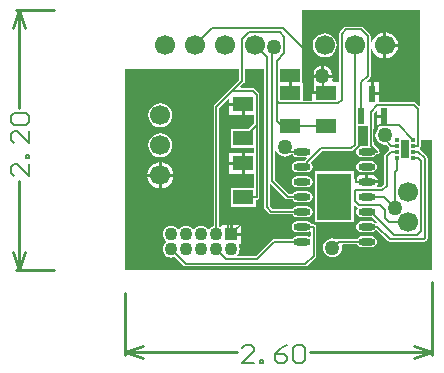
<source format=gtl>
G04 Layer_Physical_Order=1*
G04 Layer_Color=255*
%FSLAX44Y44*%
%MOMM*%
G71*
G01*
G75*
%ADD10R,1.8000X1.3000*%
%ADD11R,0.6000X1.4000*%
%ADD12R,0.3500X0.3500*%
%ADD13R,0.6700X1.6000*%
%ADD14R,3.0000X4.0000*%
%ADD15O,1.4500X0.6000*%
%ADD16C,0.1524*%
%ADD17C,0.2540*%
%ADD18C,1.1000*%
%ADD19R,1.1000X1.1000*%
%ADD20C,1.7000*%
%ADD21C,1.2700*%
%ADD22C,0.5000*%
G36*
X1720000Y1049120D02*
X1718730Y1048594D01*
X1716148Y1051176D01*
X1715392Y1051681D01*
X1714500Y1051859D01*
X1685040D01*
Y1057730D01*
X1679500D01*
Y1059000D01*
X1678230D01*
Y1068540D01*
X1675104D01*
X1674578Y1069810D01*
X1677286Y1072518D01*
X1677791Y1073274D01*
X1677969Y1074166D01*
Y1097077D01*
X1679239Y1097160D01*
X1679244Y1097118D01*
X1680357Y1094432D01*
X1682126Y1092126D01*
X1684433Y1090356D01*
X1687118Y1089244D01*
X1688730Y1089032D01*
Y1100000D01*
Y1110968D01*
X1687118Y1110756D01*
X1684433Y1109643D01*
X1682126Y1107874D01*
X1680357Y1105567D01*
X1679244Y1102882D01*
X1679239Y1102840D01*
X1677969Y1102923D01*
Y1108075D01*
X1677791Y1108967D01*
X1677286Y1109723D01*
X1671825Y1115184D01*
X1671069Y1115689D01*
X1670177Y1115867D01*
X1657350D01*
X1656458Y1115689D01*
X1655702Y1115184D01*
X1652146Y1111628D01*
X1651641Y1110872D01*
X1651463Y1109980D01*
Y1069040D01*
X1646114D01*
X1645266Y1070310D01*
X1645691Y1071337D01*
X1645829Y1072388D01*
X1628230D01*
X1628369Y1071337D01*
X1628794Y1070310D01*
X1628460Y1069040D01*
X1628460D01*
X1628460Y1069040D01*
Y1061270D01*
X1640000D01*
Y1058730D01*
X1628460D01*
Y1053256D01*
X1620524D01*
Y1068024D01*
X1620000D01*
Y1130000D01*
X1720000D01*
Y1049120D01*
D02*
G37*
G36*
X1618350Y1069040D02*
X1611270D01*
Y1060000D01*
X1608730D01*
Y1069040D01*
X1601007D01*
Y1080000D01*
X1618350D01*
Y1069040D01*
D02*
G37*
G36*
X1587709Y963010D02*
X1587887Y962118D01*
X1588392Y961362D01*
X1592202Y957552D01*
X1592958Y957047D01*
X1593850Y956869D01*
X1611866D01*
X1612488Y955938D01*
X1613985Y954939D01*
X1615750Y954587D01*
X1624250D01*
X1626015Y954939D01*
X1627511Y955938D01*
X1628511Y957435D01*
X1628862Y959200D01*
X1628511Y960965D01*
X1627511Y962462D01*
X1626015Y963462D01*
X1624250Y963813D01*
X1615750D01*
X1613985Y963462D01*
X1612488Y962462D01*
X1611866Y961531D01*
X1594815D01*
X1592371Y963975D01*
Y982257D01*
X1593641Y982783D01*
X1606172Y970252D01*
X1606928Y969747D01*
X1607820Y969569D01*
X1611866D01*
X1612488Y968638D01*
X1613985Y967638D01*
X1615750Y967287D01*
X1624250D01*
X1626015Y967638D01*
X1627511Y968638D01*
X1628511Y970135D01*
X1628862Y971900D01*
X1628511Y973665D01*
X1627511Y975162D01*
X1626015Y976161D01*
X1624250Y976513D01*
X1615750D01*
X1613985Y976161D01*
X1612488Y975162D01*
X1611866Y974231D01*
X1608785D01*
X1596943Y986073D01*
Y1010561D01*
X1598213Y1010813D01*
X1598656Y1009743D01*
X1599918Y1008098D01*
X1601563Y1006836D01*
X1603479Y1006043D01*
X1605534Y1005772D01*
X1607590Y1006043D01*
X1609505Y1006836D01*
X1610591Y1007669D01*
X1611866D01*
X1612488Y1006738D01*
X1613985Y1005739D01*
X1615750Y1005387D01*
X1623611D01*
X1624137Y1004117D01*
X1622682Y1002662D01*
X1622181Y1001913D01*
X1615750D01*
X1613985Y1001562D01*
X1612488Y1000562D01*
X1611488Y999065D01*
X1611137Y997300D01*
X1611488Y995535D01*
X1612488Y994038D01*
X1613985Y993038D01*
X1615750Y992687D01*
X1624250D01*
X1626015Y993038D01*
X1627511Y994038D01*
X1628511Y995535D01*
X1628862Y997300D01*
X1628511Y999065D01*
X1627511Y1000562D01*
X1627481Y1000869D01*
X1637106Y1010494D01*
X1661425D01*
X1662317Y1010672D01*
X1663073Y1011177D01*
X1666248Y1014352D01*
X1666754Y1015108D01*
X1666931Y1016000D01*
Y1031476D01*
X1674524D01*
X1674524Y1031476D01*
Y1031476D01*
X1675786Y1031456D01*
Y1015142D01*
X1675352Y1014613D01*
X1670250D01*
X1668485Y1014261D01*
X1666989Y1013262D01*
X1665989Y1011765D01*
X1665638Y1010000D01*
X1665989Y1008235D01*
X1666989Y1006738D01*
X1668485Y1005739D01*
X1670250Y1005387D01*
X1678750D01*
X1680515Y1005739D01*
X1682012Y1006738D01*
X1682634Y1007669D01*
X1683258D01*
X1684150Y1007847D01*
X1684906Y1008352D01*
X1685411Y1009108D01*
X1685589Y1010000D01*
X1685411Y1010892D01*
X1684906Y1011648D01*
X1680447Y1016107D01*
Y1042913D01*
X1682287Y1044752D01*
X1683460Y1044266D01*
Y1041270D01*
X1689000D01*
Y1038730D01*
X1683460D01*
Y1030460D01*
X1683580D01*
X1684016Y1029190D01*
X1682984Y1027845D01*
X1682191Y1025929D01*
X1681920Y1023874D01*
X1682191Y1021818D01*
X1682984Y1019903D01*
X1684246Y1018258D01*
X1685891Y1016996D01*
X1687807Y1016203D01*
X1689862Y1015932D01*
X1690839Y1016061D01*
X1693548Y1013352D01*
X1693717Y1013239D01*
X1693700Y1011771D01*
X1693517Y1011648D01*
X1689992Y1008123D01*
X1689487Y1007367D01*
X1689309Y1006475D01*
Y982040D01*
X1686992Y979723D01*
X1683535D01*
X1683003Y980993D01*
X1683969Y982438D01*
X1684146Y983330D01*
X1674500D01*
Y984600D01*
X1673230D01*
Y990248D01*
X1670250D01*
X1668089Y989819D01*
X1666256Y988594D01*
X1665031Y986762D01*
X1663774Y986949D01*
Y993424D01*
X1630726D01*
Y950376D01*
X1663774D01*
Y964361D01*
X1664947Y964847D01*
X1666281Y963514D01*
X1666989Y962462D01*
X1665989Y960965D01*
X1665638Y959200D01*
X1665989Y957435D01*
X1666989Y955938D01*
X1668485Y954939D01*
X1670250Y954587D01*
X1678750D01*
X1679324Y954702D01*
X1679324Y954701D01*
X1683415Y950610D01*
X1682892Y949337D01*
X1682298Y949334D01*
X1682012Y949762D01*
X1680515Y950761D01*
X1678750Y951113D01*
X1670250D01*
X1668485Y950761D01*
X1666989Y949762D01*
X1665989Y948265D01*
X1665638Y946500D01*
X1665989Y944735D01*
X1666989Y943238D01*
X1668485Y942238D01*
X1670250Y941887D01*
X1678750D01*
X1680515Y942238D01*
X1682012Y943238D01*
X1683578Y943296D01*
X1692356Y934518D01*
X1693112Y934012D01*
X1694004Y933835D01*
X1723502D01*
X1724394Y934012D01*
X1725150Y934518D01*
X1725483Y934850D01*
X1725988Y935606D01*
X1726165Y936498D01*
Y1004452D01*
X1725988Y1005344D01*
X1725483Y1006100D01*
X1719934Y1011648D01*
X1719695Y1011808D01*
X1719595Y1013242D01*
X1719608Y1013277D01*
X1719720Y1013352D01*
X1719958Y1013590D01*
X1720463Y1014346D01*
X1720641Y1015238D01*
Y1020000D01*
X1730000D01*
Y910000D01*
X1470000D01*
Y1070000D01*
Y1080000D01*
X1566881D01*
Y1070940D01*
X1559241Y1063300D01*
X1545652Y1049711D01*
X1545147Y1048955D01*
X1544969Y1048063D01*
Y946637D01*
X1543758Y946136D01*
X1542290Y945010D01*
X1541747Y944301D01*
X1540153D01*
X1539610Y945010D01*
X1538142Y946136D01*
X1536434Y946843D01*
X1534600Y947085D01*
X1532766Y946843D01*
X1531058Y946136D01*
X1529590Y945010D01*
X1529047Y944301D01*
X1527453D01*
X1526909Y945010D01*
X1525442Y946136D01*
X1523734Y946843D01*
X1521900Y947085D01*
X1520066Y946843D01*
X1518358Y946136D01*
X1516890Y945010D01*
X1516347Y944301D01*
X1514753D01*
X1514209Y945010D01*
X1512742Y946136D01*
X1511034Y946843D01*
X1509200Y947085D01*
X1507366Y946843D01*
X1505658Y946136D01*
X1504190Y945010D01*
X1503065Y943542D01*
X1502357Y941834D01*
X1502115Y940000D01*
X1502357Y938167D01*
X1503065Y936458D01*
X1504190Y934991D01*
X1504899Y934447D01*
Y932853D01*
X1504190Y932310D01*
X1503065Y930842D01*
X1502357Y929134D01*
X1502115Y927300D01*
X1502357Y925467D01*
X1503065Y923758D01*
X1504190Y922291D01*
X1505658Y921165D01*
X1507366Y920457D01*
X1509200Y920216D01*
X1511034Y920457D01*
X1512245Y920959D01*
X1519690Y913514D01*
X1520446Y913009D01*
X1521338Y912831D01*
X1622806D01*
X1623698Y913009D01*
X1624454Y913514D01*
X1631312Y920372D01*
X1631817Y921128D01*
X1631995Y922020D01*
Y946246D01*
X1631817Y947138D01*
X1631312Y947894D01*
X1631058Y948148D01*
X1630302Y948653D01*
X1629410Y948831D01*
X1628133D01*
X1627511Y949762D01*
X1626015Y950761D01*
X1624250Y951113D01*
X1615750D01*
X1613985Y950761D01*
X1612488Y949762D01*
X1611488Y948265D01*
X1611137Y946500D01*
X1611488Y944735D01*
X1612488Y943238D01*
X1613985Y942238D01*
X1615750Y941887D01*
X1624250D01*
X1626015Y942238D01*
X1626213Y942371D01*
X1627333Y941772D01*
Y938528D01*
X1626213Y937929D01*
X1626015Y938062D01*
X1624250Y938413D01*
X1615750D01*
X1613985Y938062D01*
X1612488Y937062D01*
X1611866Y936131D01*
X1596390D01*
X1595498Y935953D01*
X1594742Y935448D01*
X1580597Y921303D01*
X1565645D01*
X1565226Y922573D01*
X1566135Y923758D01*
X1566843Y925467D01*
X1567085Y927300D01*
X1566843Y929134D01*
X1566198Y930690D01*
X1566646Y931878D01*
X1566687Y931960D01*
X1568040D01*
Y938730D01*
X1560000D01*
Y940000D01*
X1558730D01*
Y948040D01*
X1551960D01*
Y946687D01*
X1551877Y946646D01*
X1550724Y946212D01*
X1549631Y946814D01*
Y1047097D01*
X1557287Y1054753D01*
X1558460Y1054267D01*
Y1051270D01*
X1570000D01*
Y1050000D01*
X1571270D01*
Y1040960D01*
X1579073D01*
Y1033870D01*
X1574728Y1029524D01*
X1559476D01*
Y1013476D01*
X1579073D01*
Y1009040D01*
X1571270D01*
Y1000000D01*
Y990960D01*
X1579073D01*
Y979524D01*
X1559476D01*
Y963476D01*
X1580524D01*
Y969169D01*
X1581150D01*
X1582042Y969347D01*
X1582798Y969852D01*
X1583052Y970106D01*
X1583557Y970862D01*
X1583735Y971754D01*
Y1032904D01*
Y1058223D01*
X1583557Y1059115D01*
X1583052Y1059871D01*
X1579623Y1063300D01*
X1578867Y1063805D01*
X1577975Y1063983D01*
X1568175D01*
X1567689Y1065156D01*
X1570860Y1068327D01*
X1571365Y1069083D01*
X1571543Y1069975D01*
Y1080000D01*
X1587709D01*
Y963010D01*
D02*
G37*
%LPC*%
G36*
X1678750Y990248D02*
X1675770D01*
Y985870D01*
X1684146D01*
X1683969Y986762D01*
X1682744Y988594D01*
X1680912Y989819D01*
X1678750Y990248D01*
D02*
G37*
G36*
X1501270Y1000968D02*
Y991270D01*
X1510968D01*
X1510756Y992882D01*
X1509644Y995568D01*
X1507874Y997874D01*
X1505568Y999643D01*
X1502882Y1000756D01*
X1501270Y1000968D01*
D02*
G37*
G36*
X1498730D02*
X1497118Y1000756D01*
X1494432Y999643D01*
X1492126Y997874D01*
X1490357Y995568D01*
X1489244Y992882D01*
X1489032Y991270D01*
X1498730D01*
Y1000968D01*
D02*
G37*
G36*
X1568730Y998730D02*
X1558460D01*
Y990960D01*
X1568730D01*
Y998730D01*
D02*
G37*
G36*
X1568040Y948040D02*
X1561270D01*
Y941270D01*
X1568040D01*
Y948040D01*
D02*
G37*
G36*
X1678750Y938413D02*
X1670250D01*
X1668485Y938062D01*
X1666989Y937062D01*
X1666366Y936131D01*
X1650842D01*
X1649950Y935953D01*
X1649413Y935595D01*
X1647722Y936295D01*
X1645666Y936566D01*
X1643611Y936295D01*
X1641695Y935502D01*
X1640050Y934240D01*
X1638788Y932595D01*
X1637995Y930679D01*
X1637724Y928624D01*
X1637995Y926569D01*
X1638788Y924653D01*
X1640050Y923008D01*
X1641695Y921746D01*
X1643611Y920953D01*
X1645666Y920682D01*
X1647722Y920953D01*
X1649637Y921746D01*
X1651282Y923008D01*
X1652544Y924653D01*
X1653337Y926569D01*
X1653608Y928624D01*
X1653401Y930199D01*
X1654236Y931469D01*
X1666366D01*
X1666989Y930538D01*
X1668485Y929538D01*
X1670250Y929187D01*
X1678750D01*
X1680515Y929538D01*
X1682012Y930538D01*
X1683012Y932035D01*
X1683363Y933800D01*
X1683012Y935565D01*
X1682012Y937062D01*
X1680515Y938062D01*
X1678750Y938413D01*
D02*
G37*
G36*
X1498730Y988730D02*
X1489032D01*
X1489244Y987118D01*
X1490357Y984432D01*
X1492126Y982126D01*
X1494432Y980357D01*
X1497118Y979244D01*
X1498730Y979032D01*
Y988730D01*
D02*
G37*
G36*
X1624250Y989213D02*
X1615750D01*
X1613985Y988861D01*
X1612488Y987862D01*
X1611488Y986365D01*
X1611137Y984600D01*
X1611488Y982835D01*
X1612488Y981338D01*
X1613985Y980339D01*
X1615750Y979987D01*
X1624250D01*
X1626015Y980339D01*
X1627511Y981338D01*
X1628511Y982835D01*
X1628862Y984600D01*
X1628511Y986365D01*
X1627511Y987862D01*
X1626015Y988861D01*
X1624250Y989213D01*
D02*
G37*
G36*
X1510968Y988730D02*
X1501270D01*
Y979032D01*
X1502882Y979244D01*
X1505568Y980357D01*
X1507874Y982126D01*
X1509644Y984432D01*
X1510756Y987118D01*
X1510968Y988730D01*
D02*
G37*
G36*
X1678750Y1001913D02*
X1670250D01*
X1668485Y1001562D01*
X1666989Y1000562D01*
X1665989Y999065D01*
X1665638Y997300D01*
X1665989Y995535D01*
X1666989Y994038D01*
X1668485Y993038D01*
X1670250Y992687D01*
X1678750D01*
X1680515Y993038D01*
X1682012Y994038D01*
X1683012Y995535D01*
X1683363Y997300D01*
X1683012Y999065D01*
X1682012Y1000562D01*
X1680515Y1001562D01*
X1678750Y1001913D01*
D02*
G37*
G36*
X1638300Y1082458D02*
Y1074928D01*
X1645829D01*
X1645691Y1075979D01*
X1644795Y1078141D01*
X1643370Y1079998D01*
X1641513Y1081423D01*
X1639351Y1082319D01*
X1638300Y1082458D01*
D02*
G37*
G36*
X1635760D02*
X1634709Y1082319D01*
X1632547Y1081423D01*
X1630690Y1079998D01*
X1629265Y1078141D01*
X1628369Y1075979D01*
X1628230Y1074928D01*
X1635760D01*
Y1082458D01*
D02*
G37*
G36*
X1700968Y1098730D02*
X1691270D01*
Y1089032D01*
X1692882Y1089244D01*
X1695568Y1090356D01*
X1697874Y1092126D01*
X1699644Y1094432D01*
X1700756Y1097118D01*
X1700968Y1098730D01*
D02*
G37*
G36*
X1691270Y1110968D02*
Y1101270D01*
X1700968D01*
X1700756Y1102882D01*
X1699644Y1105567D01*
X1697874Y1107874D01*
X1695568Y1109643D01*
X1692882Y1110756D01*
X1691270Y1110968D01*
D02*
G37*
G36*
X1639200Y1110110D02*
X1636583Y1109766D01*
X1634145Y1108756D01*
X1632051Y1107149D01*
X1630444Y1105055D01*
X1629434Y1102617D01*
X1629090Y1100000D01*
X1629434Y1097383D01*
X1630444Y1094945D01*
X1632051Y1092851D01*
X1634145Y1091244D01*
X1636583Y1090234D01*
X1639200Y1089889D01*
X1641817Y1090234D01*
X1644255Y1091244D01*
X1646349Y1092851D01*
X1647956Y1094945D01*
X1648966Y1097383D01*
X1649311Y1100000D01*
X1648966Y1102617D01*
X1647956Y1105055D01*
X1646349Y1107149D01*
X1644255Y1108756D01*
X1641817Y1109766D01*
X1639200Y1110110D01*
D02*
G37*
G36*
X1500000Y1025510D02*
X1497383Y1025166D01*
X1494945Y1024156D01*
X1492851Y1022549D01*
X1491244Y1020455D01*
X1490234Y1018017D01*
X1489890Y1015400D01*
X1490234Y1012783D01*
X1491244Y1010345D01*
X1492851Y1008251D01*
X1494945Y1006644D01*
X1497383Y1005634D01*
X1500000Y1005290D01*
X1502617Y1005634D01*
X1505055Y1006644D01*
X1507149Y1008251D01*
X1508756Y1010345D01*
X1509766Y1012783D01*
X1510110Y1015400D01*
X1509766Y1018017D01*
X1508756Y1020455D01*
X1507149Y1022549D01*
X1505055Y1024156D01*
X1502617Y1025166D01*
X1500000Y1025510D01*
D02*
G37*
G36*
X1568730Y1009040D02*
X1558460D01*
Y1001270D01*
X1568730D01*
Y1009040D01*
D02*
G37*
G36*
X1500000Y1050910D02*
X1497383Y1050566D01*
X1494945Y1049556D01*
X1492851Y1047949D01*
X1491244Y1045855D01*
X1490234Y1043417D01*
X1489890Y1040800D01*
X1490234Y1038183D01*
X1491244Y1035745D01*
X1492851Y1033651D01*
X1494945Y1032044D01*
X1497383Y1031034D01*
X1500000Y1030690D01*
X1502617Y1031034D01*
X1505055Y1032044D01*
X1507149Y1033651D01*
X1508756Y1035745D01*
X1509766Y1038183D01*
X1510110Y1040800D01*
X1509766Y1043417D01*
X1508756Y1045855D01*
X1507149Y1047949D01*
X1505055Y1049556D01*
X1502617Y1050566D01*
X1500000Y1050910D01*
D02*
G37*
G36*
X1685040Y1068540D02*
X1680770D01*
Y1060270D01*
X1685040D01*
Y1068540D01*
D02*
G37*
G36*
X1568730Y1048730D02*
X1558460D01*
Y1040960D01*
X1568730D01*
Y1048730D01*
D02*
G37*
%LPD*%
D10*
X1570000Y1050000D02*
D03*
Y1021500D02*
D03*
Y1000000D02*
D03*
Y971500D02*
D03*
X1610000Y1060000D02*
D03*
Y1031500D02*
D03*
X1640000Y1060000D02*
D03*
Y1031500D02*
D03*
D11*
X1689000Y1040000D02*
D03*
X1670000D02*
D03*
X1679500Y1059000D02*
D03*
D12*
X1700000Y1020000D02*
D03*
Y1015000D02*
D03*
Y1010000D02*
D03*
Y1005000D02*
D03*
X1714200Y1020000D02*
D03*
Y1015000D02*
D03*
Y1010000D02*
D03*
Y1005000D02*
D03*
D13*
X1707100Y1012500D02*
D03*
D14*
X1647250Y971900D02*
D03*
D15*
X1674500Y933800D02*
D03*
Y946500D02*
D03*
Y959200D02*
D03*
Y971900D02*
D03*
Y984600D02*
D03*
Y997300D02*
D03*
Y1010000D02*
D03*
X1620000Y933800D02*
D03*
Y946500D02*
D03*
Y959200D02*
D03*
Y971900D02*
D03*
Y984600D02*
D03*
Y997300D02*
D03*
Y1010000D02*
D03*
D16*
X1637538Y1060000D02*
Y1060059D01*
X1684975Y1032510D02*
X1701690D01*
X1557020Y940000D02*
Y1049746D01*
X1637538Y1060059D02*
Y1073150D01*
Y1060059D02*
X1640000Y1060000D01*
X1629410Y1060254D02*
X1637538Y1060059D01*
X1629918Y994410D02*
X1638300Y1002792D01*
X1624330Y997300D02*
Y1001014D01*
X1678116Y1015142D02*
X1683258Y1010000D01*
X1680972Y956349D02*
Y959200D01*
X1598676Y1035818D02*
Y1052576D01*
Y1086866D01*
X1581404Y1032904D02*
Y1058223D01*
Y971754D02*
Y1032904D01*
X1610000Y1031500D02*
X1640000D01*
X1602994D02*
X1610000D01*
X1560889Y1061652D02*
X1569212Y1069975D01*
X1547300Y1048063D02*
X1560889Y1061652D01*
X1529200Y1100000D02*
X1543796Y1114596D01*
X1603757D01*
X1629410Y1088944D01*
Y1060254D02*
Y1088944D01*
X1637538Y1060000D02*
X1640000D01*
X1573008Y953008D02*
X1625600D01*
X1629664Y957072D02*
Y994156D01*
X1629918Y994410D01*
X1664462D01*
X1665224Y993648D01*
Y984854D02*
Y993648D01*
Y984854D02*
X1665478Y984600D01*
X1674500D01*
X1701690Y1032510D02*
X1714200Y1020000D01*
X1681165Y1028700D02*
X1684975Y1032510D01*
X1681165Y1019175D02*
Y1028700D01*
Y1019175D02*
X1688338Y1012001D01*
Y1006475D02*
Y1012001D01*
X1684655Y1002792D02*
X1688338Y1006475D01*
X1638300Y1002792D02*
X1684655D01*
X1625600Y953008D02*
X1629664Y957072D01*
X1560000Y940000D02*
X1573008Y953008D01*
X1650842Y933800D02*
X1674500D01*
X1645666Y928624D02*
X1650842Y933800D01*
X1607820Y971900D02*
X1620000D01*
X1594612Y985108D02*
X1607820Y971900D01*
X1594612Y985108D02*
Y1096772D01*
X1596390Y1098550D01*
X1620000Y997300D02*
X1624330D01*
Y1001014D02*
X1636141Y1012825D01*
X1661425D01*
X1664600Y1016000D01*
Y1100000D01*
X1689862Y1020334D02*
Y1023874D01*
Y1020334D02*
X1695196Y1015000D01*
X1700000D01*
X1547300Y940000D02*
Y1048063D01*
X1570000Y1021500D02*
X1581404Y1032904D01*
X1574800Y1110996D02*
X1601216D01*
X1605026Y1093216D02*
Y1107186D01*
X1598676Y1052576D02*
X1600327Y1050925D01*
X1650619D01*
X1653794Y1054100D01*
Y1109980D01*
X1657350Y1113536D01*
X1670177D01*
X1675638Y1108075D01*
Y1074166D02*
Y1108075D01*
X1670000Y1068528D02*
X1675638Y1074166D01*
X1670000Y1040000D02*
Y1068528D01*
X1570000Y971500D02*
X1581150D01*
X1581404Y971754D01*
X1577975Y1061652D02*
X1581404Y1058223D01*
X1560889Y1061652D02*
X1577975D01*
X1569212Y1069975D02*
Y1105408D01*
X1574800Y1110996D01*
X1598676Y1086866D02*
X1605026Y1093216D01*
X1598676Y1035818D02*
X1602994Y1031500D01*
X1674500Y971900D02*
X1689258D01*
X1698498Y962660D01*
X1605534Y1013714D02*
X1609248Y1010000D01*
X1620000D01*
X1601216Y1110996D02*
X1605026Y1107186D01*
X1698498Y962660D02*
Y992908D01*
X1700000Y994410D01*
Y1005000D01*
X1693886Y950000D02*
X1710000D01*
X1689862Y954024D02*
X1693886Y950000D01*
X1689862Y954024D02*
Y960755D01*
X1685925Y964692D02*
X1689862Y960755D01*
X1668399Y964692D02*
X1685925D01*
X1664716Y968375D02*
X1668399Y964692D01*
X1664716Y968375D02*
Y977138D01*
X1664970Y977392D01*
X1687957D01*
X1691640Y981075D01*
Y1006475D01*
X1695165Y1010000D01*
X1700000D01*
X1714200Y1005000D02*
X1718056D01*
X1720786Y1002269D01*
Y942975D02*
Y1002269D01*
X1717025Y939214D02*
X1720786Y942975D01*
X1698107Y939214D02*
X1717025D01*
X1680972Y956349D02*
X1698107Y939214D01*
X1674500Y959200D02*
X1680972D01*
X1714200Y1010000D02*
X1718286D01*
X1723835Y1004452D01*
Y936498D02*
Y1004452D01*
X1723502Y936166D02*
X1723835Y936498D01*
X1694004Y936166D02*
X1723502D01*
X1683670Y946500D02*
X1694004Y936166D01*
X1674500Y946500D02*
X1683670D01*
X1637030Y1073658D02*
X1637538Y1073150D01*
X1674500Y1010000D02*
X1683258D01*
X1678116Y1015142D02*
Y1043878D01*
X1683766Y1049528D01*
X1714500D01*
X1718310Y1045718D01*
Y1015238D02*
Y1045718D01*
X1718072Y1015000D02*
X1718310Y1015238D01*
X1714200Y1015000D02*
X1718072D01*
X1593850Y959200D02*
X1620000D01*
X1590040Y963010D02*
X1593850Y959200D01*
X1590040Y963010D02*
Y1089960D01*
X1580000Y1100000D02*
X1590040Y1089960D01*
X1620000Y946500D02*
X1629410D01*
X1629664Y946246D01*
Y922020D02*
Y946246D01*
X1622806Y915162D02*
X1629664Y922020D01*
X1521338Y915162D02*
X1622806D01*
X1509200Y927300D02*
X1521338Y915162D01*
X1557020Y940000D02*
X1560000D01*
X1557020Y1049746D02*
X1557274Y1050000D01*
X1570000D01*
X1596390Y933800D02*
X1620000D01*
X1581562Y918972D02*
X1596390Y933800D01*
X1555628Y918972D02*
X1581562D01*
X1547300Y927300D02*
X1555628Y918972D01*
X1389142Y999431D02*
Y989275D01*
X1378985Y999431D01*
X1376446D01*
X1373907Y996892D01*
Y991814D01*
X1376446Y989275D01*
X1389142Y1004510D02*
X1386602D01*
Y1007049D01*
X1389142D01*
Y1004510D01*
Y1027362D02*
Y1017206D01*
X1378985Y1027362D01*
X1376446D01*
X1373907Y1024823D01*
Y1019745D01*
X1376446Y1017206D01*
Y1032441D02*
X1373907Y1034980D01*
Y1040058D01*
X1376446Y1042597D01*
X1386602D01*
X1389142Y1040058D01*
Y1034980D01*
X1386602Y1032441D01*
X1376446D01*
X1579431Y830859D02*
X1569275D01*
X1579431Y841015D01*
Y843554D01*
X1576892Y846094D01*
X1571814D01*
X1569275Y843554D01*
X1584510Y830859D02*
Y833398D01*
X1587049D01*
Y830859D01*
X1584510D01*
X1607362Y846094D02*
X1602284Y843554D01*
X1597206Y838476D01*
Y833398D01*
X1599745Y830859D01*
X1604823D01*
X1607362Y833398D01*
Y835937D01*
X1604823Y838476D01*
X1597206D01*
X1612441Y843554D02*
X1614980Y846094D01*
X1620058D01*
X1622597Y843554D01*
Y833398D01*
X1620058Y830859D01*
X1614980D01*
X1612441Y833398D01*
Y843554D01*
D17*
X1377460Y910000D02*
X1410000D01*
X1377460Y1130000D02*
X1410000D01*
X1380000Y910000D02*
Y985211D01*
Y1046661D02*
Y1130000D01*
Y910000D02*
X1385080Y925240D01*
X1374920D02*
X1380000Y910000D01*
X1374920Y1114760D02*
X1380000Y1130000D01*
X1385080Y1114760D01*
X1730000Y837460D02*
Y900000D01*
X1470000Y837460D02*
Y890000D01*
X1626661Y840000D02*
X1730000D01*
X1470000D02*
X1565211D01*
X1714760Y845080D02*
X1730000Y840000D01*
X1714760Y834920D02*
X1730000Y840000D01*
X1470000D02*
X1485240Y834920D01*
X1470000Y840000D02*
X1485240Y845080D01*
D18*
X1509200Y927300D02*
D03*
X1521900D02*
D03*
X1534600D02*
D03*
X1547300D02*
D03*
X1560000D02*
D03*
X1509200Y940000D02*
D03*
X1521900D02*
D03*
X1534600D02*
D03*
X1547300D02*
D03*
D19*
X1560000D02*
D03*
D20*
X1529200Y1100000D02*
D03*
X1554600D02*
D03*
X1580000D02*
D03*
X1503800D02*
D03*
X1710000Y950000D02*
D03*
Y975400D02*
D03*
X1639200Y1100000D02*
D03*
X1664600D02*
D03*
X1690000D02*
D03*
X1500000Y990000D02*
D03*
Y1015400D02*
D03*
Y1040800D02*
D03*
D21*
X1637030Y1073658D02*
D03*
X1645666Y928624D02*
D03*
X1596390Y1098550D02*
D03*
X1689862Y1023874D02*
D03*
X1698498Y962660D02*
D03*
X1605534Y1013714D02*
D03*
D22*
X1658250Y955400D02*
D03*
X1647250D02*
D03*
X1636250D02*
D03*
X1658250Y966400D02*
D03*
X1647250D02*
D03*
X1636250D02*
D03*
X1658250Y977400D02*
D03*
X1647250D02*
D03*
X1636250D02*
D03*
X1658250Y988400D02*
D03*
X1647250D02*
D03*
X1636250D02*
D03*
M02*

</source>
